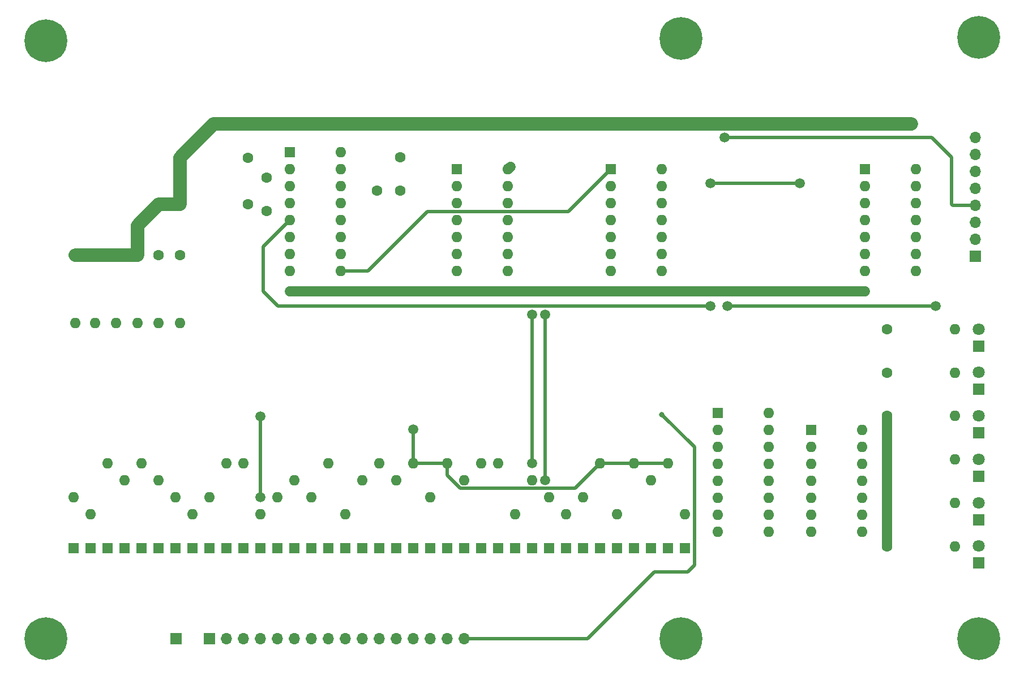
<source format=gbr>
%TF.GenerationSoftware,KiCad,Pcbnew,(5.1.10-1-10_14)*%
%TF.CreationDate,2021-06-29T18:24:10+10:00*%
%TF.ProjectId,Keyboard interface,4b657962-6f61-4726-9420-696e74657266,rev?*%
%TF.SameCoordinates,Original*%
%TF.FileFunction,Copper,L1,Top*%
%TF.FilePolarity,Positive*%
%FSLAX46Y46*%
G04 Gerber Fmt 4.6, Leading zero omitted, Abs format (unit mm)*
G04 Created by KiCad (PCBNEW (5.1.10-1-10_14)) date 2021-06-29 18:24:10*
%MOMM*%
%LPD*%
G01*
G04 APERTURE LIST*
%TA.AperFunction,ComponentPad*%
%ADD10R,1.700000X1.700000*%
%TD*%
%TA.AperFunction,ComponentPad*%
%ADD11C,1.800000*%
%TD*%
%TA.AperFunction,ComponentPad*%
%ADD12R,1.800000X1.800000*%
%TD*%
%TA.AperFunction,ComponentPad*%
%ADD13C,0.800000*%
%TD*%
%TA.AperFunction,ComponentPad*%
%ADD14C,6.400000*%
%TD*%
%TA.AperFunction,ComponentPad*%
%ADD15C,1.600000*%
%TD*%
%TA.AperFunction,ComponentPad*%
%ADD16O,1.600000X1.600000*%
%TD*%
%TA.AperFunction,ComponentPad*%
%ADD17R,1.600000X1.600000*%
%TD*%
%TA.AperFunction,ComponentPad*%
%ADD18O,1.700000X1.700000*%
%TD*%
%TA.AperFunction,ViaPad*%
%ADD19C,1.500000*%
%TD*%
%TA.AperFunction,ViaPad*%
%ADD20C,0.800000*%
%TD*%
%TA.AperFunction,Conductor*%
%ADD21C,0.500000*%
%TD*%
%TA.AperFunction,Conductor*%
%ADD22C,1.500000*%
%TD*%
%TA.AperFunction,Conductor*%
%ADD23C,2.000000*%
%TD*%
G04 APERTURE END LIST*
D10*
%TO.P,J3,1*%
%TO.N,GND*%
X75000000Y-145000000D03*
%TD*%
D11*
%TO.P,D6,2*%
%TO.N,Net-(D6-Pad2)*%
X195000000Y-131160000D03*
D12*
%TO.P,D6,1*%
%TO.N,Net-(D6-Pad1)*%
X195000000Y-133700000D03*
%TD*%
D11*
%TO.P,D5,2*%
%TO.N,Net-(D5-Pad2)*%
X195000000Y-124700000D03*
D12*
%TO.P,D5,1*%
%TO.N,Net-(D5-Pad1)*%
X195000000Y-127240000D03*
%TD*%
D11*
%TO.P,D4,2*%
%TO.N,Net-(D4-Pad2)*%
X195000000Y-118160000D03*
D12*
%TO.P,D4,1*%
%TO.N,Net-(D4-Pad1)*%
X195000000Y-120700000D03*
%TD*%
D11*
%TO.P,D3,2*%
%TO.N,Net-(D3-Pad2)*%
X195000000Y-111700000D03*
D12*
%TO.P,D3,1*%
%TO.N,Net-(D3-Pad1)*%
X195000000Y-114240000D03*
%TD*%
D11*
%TO.P,D2,2*%
%TO.N,Net-(D2-Pad2)*%
X195000000Y-105160000D03*
D12*
%TO.P,D2,1*%
%TO.N,Net-(D2-Pad1)*%
X195000000Y-107700000D03*
%TD*%
D11*
%TO.P,D1,2*%
%TO.N,Net-(D1-Pad2)*%
X195000000Y-98700000D03*
D12*
%TO.P,D1,1*%
%TO.N,Net-(D1-Pad1)*%
X195000000Y-101240000D03*
%TD*%
D13*
%TO.P,H6,1*%
%TO.N,GND*%
X152197056Y-143302944D03*
X150500000Y-142600000D03*
X148802944Y-143302944D03*
X148100000Y-145000000D03*
X148802944Y-146697056D03*
X150500000Y-147400000D03*
X152197056Y-146697056D03*
X152900000Y-145000000D03*
D14*
X150500000Y-145000000D03*
%TD*%
D13*
%TO.P,H5,1*%
%TO.N,GND*%
X152197056Y-53500000D03*
X150500000Y-52797056D03*
X148802944Y-53500000D03*
X148100000Y-55197056D03*
X148802944Y-56894112D03*
X150500000Y-57597056D03*
X152197056Y-56894112D03*
X152900000Y-55197056D03*
D14*
X150500000Y-55197056D03*
%TD*%
D15*
%TO.P,C2,2*%
%TO.N,Net-(C2-Pad2)*%
X108500000Y-73000000D03*
%TO.P,C2,1*%
%TO.N,Net-(C2-Pad1)*%
X108500000Y-78000000D03*
%TD*%
%TO.P,C1,2*%
%TO.N,Net-(C1-Pad2)*%
X88500000Y-81000000D03*
%TO.P,C1,1*%
%TO.N,Net-(C1-Pad1)*%
X88500000Y-76000000D03*
%TD*%
D16*
%TO.P,D43,2*%
%TO.N,F*%
X151130000Y-126365000D03*
D17*
%TO.P,D43,1*%
%TO.N,LF*%
X151130000Y-131445000D03*
%TD*%
D16*
%TO.P,D42,2*%
%TO.N,A*%
X148590000Y-118745000D03*
D17*
%TO.P,D42,1*%
%TO.N,LF*%
X148590000Y-131445000D03*
%TD*%
D16*
%TO.P,D41,2*%
%TO.N,D*%
X146050000Y-121285000D03*
D17*
%TO.P,D41,1*%
%TO.N,LF*%
X146050000Y-131445000D03*
%TD*%
D16*
%TO.P,D40,2*%
%TO.N,A*%
X143510000Y-118745000D03*
D17*
%TO.P,D40,1*%
%TO.N,DIV*%
X143510000Y-131445000D03*
%TD*%
D16*
%TO.P,D39,2*%
%TO.N,F*%
X140970000Y-126365000D03*
D17*
%TO.P,D39,1*%
%TO.N,DIV*%
X140970000Y-131445000D03*
%TD*%
D16*
%TO.P,D38,2*%
%TO.N,A*%
X138430000Y-118745000D03*
D17*
%TO.P,D38,1*%
%TO.N,X*%
X138430000Y-131445000D03*
%TD*%
D16*
%TO.P,D37,2*%
%TO.N,E*%
X135890000Y-123825000D03*
D17*
%TO.P,D37,1*%
%TO.N,X*%
X135890000Y-131445000D03*
%TD*%
D16*
%TO.P,D36,2*%
%TO.N,F*%
X133350000Y-126365000D03*
D17*
%TO.P,D36,1*%
%TO.N,X*%
X133350000Y-131445000D03*
%TD*%
D16*
%TO.P,D35,2*%
%TO.N,E*%
X130810000Y-123825000D03*
D17*
%TO.P,D35,1*%
%TO.N,9*%
X130810000Y-131445000D03*
%TD*%
D16*
%TO.P,D34,2*%
%TO.N,D*%
X128270000Y-121285000D03*
D17*
%TO.P,D34,1*%
%TO.N,9*%
X128270000Y-131445000D03*
%TD*%
D16*
%TO.P,D33,2*%
%TO.N,F*%
X125730000Y-126365000D03*
D17*
%TO.P,D33,1*%
%TO.N,6*%
X125730000Y-131445000D03*
%TD*%
D16*
%TO.P,D32,2*%
%TO.N,C*%
X123190000Y-118745000D03*
D17*
%TO.P,D32,1*%
%TO.N,6*%
X123190000Y-131445000D03*
%TD*%
D16*
%TO.P,D31,2*%
%TO.N,C*%
X120650000Y-118745000D03*
D17*
%TO.P,D31,1*%
%TO.N,3*%
X120650000Y-131445000D03*
%TD*%
D16*
%TO.P,D30,2*%
%TO.N,D*%
X118110000Y-121285000D03*
D17*
%TO.P,D30,1*%
%TO.N,3*%
X118110000Y-131445000D03*
%TD*%
D16*
%TO.P,D29,2*%
%TO.N,A*%
X115570000Y-118745000D03*
D17*
%TO.P,D29,1*%
%TO.N,-*%
X115570000Y-131445000D03*
%TD*%
D16*
%TO.P,D28,2*%
%TO.N,E*%
X113030000Y-123825000D03*
D17*
%TO.P,D28,1*%
%TO.N,-*%
X113030000Y-131445000D03*
%TD*%
D16*
%TO.P,D27,2*%
%TO.N,A*%
X110490000Y-118745000D03*
D17*
%TO.P,D27,1*%
%TO.N,+*%
X110490000Y-131445000D03*
%TD*%
D16*
%TO.P,D26,2*%
%TO.N,D*%
X107950000Y-121285000D03*
D17*
%TO.P,D26,1*%
%TO.N,+*%
X107950000Y-131445000D03*
%TD*%
D16*
%TO.P,D25,2*%
%TO.N,C*%
X105410000Y-118745000D03*
D17*
%TO.P,D25,1*%
%TO.N,2*%
X105410000Y-131445000D03*
%TD*%
D16*
%TO.P,D24,2*%
%TO.N,D*%
X102870000Y-121285000D03*
D17*
%TO.P,D24,1*%
%TO.N,2*%
X102870000Y-131445000D03*
%TD*%
D16*
%TO.P,D23,2*%
%TO.N,F*%
X100330000Y-126365000D03*
D17*
%TO.P,D23,1*%
%TO.N,2*%
X100330000Y-131445000D03*
%TD*%
D16*
%TO.P,R15,2*%
%TO.N,+5V*%
X75565000Y-73025000D03*
D15*
%TO.P,R15,1*%
%TO.N,Net-(R15-Pad1)*%
X85725000Y-73025000D03*
%TD*%
D16*
%TO.P,D22,2*%
%TO.N,C*%
X97790000Y-118745000D03*
D17*
%TO.P,D22,1*%
%TO.N,5*%
X97790000Y-131445000D03*
%TD*%
D16*
%TO.P,D21,2*%
%TO.N,E*%
X95250000Y-123825000D03*
D17*
%TO.P,D21,1*%
%TO.N,5*%
X95250000Y-131445000D03*
%TD*%
D16*
%TO.P,D20,2*%
%TO.N,D*%
X92710000Y-121285000D03*
D17*
%TO.P,D20,1*%
%TO.N,8*%
X92710000Y-131445000D03*
%TD*%
D16*
%TO.P,D19,2*%
%TO.N,E*%
X90170000Y-123825000D03*
D17*
%TO.P,D19,1*%
%TO.N,8*%
X90170000Y-131445000D03*
%TD*%
D16*
%TO.P,D18,2*%
%TO.N,F*%
X87630000Y-126365000D03*
D17*
%TO.P,D18,1*%
%TO.N,8*%
X87630000Y-131445000D03*
%TD*%
D18*
%TO.P,J1,16*%
%TO.N,CR*%
X118100000Y-145000000D03*
%TO.P,J1,15*%
%TO.N,LF*%
X115560000Y-145000000D03*
%TO.P,J1,14*%
%TO.N,DIV*%
X113020000Y-145000000D03*
%TO.P,J1,13*%
%TO.N,X*%
X110480000Y-145000000D03*
%TO.P,J1,12*%
%TO.N,9*%
X107940000Y-145000000D03*
%TO.P,J1,11*%
%TO.N,6*%
X105400000Y-145000000D03*
%TO.P,J1,10*%
%TO.N,3*%
X102860000Y-145000000D03*
%TO.P,J1,9*%
%TO.N,-*%
X100320000Y-145000000D03*
%TO.P,J1,8*%
%TO.N,+*%
X97780000Y-145000000D03*
%TO.P,J1,7*%
%TO.N,2*%
X95240000Y-145000000D03*
%TO.P,J1,6*%
%TO.N,5*%
X92700000Y-145000000D03*
%TO.P,J1,5*%
%TO.N,8*%
X90160000Y-145000000D03*
%TO.P,J1,4*%
%TO.N,7*%
X87620000Y-145000000D03*
%TO.P,J1,3*%
%TO.N,4*%
X85080000Y-145000000D03*
%TO.P,J1,2*%
%TO.N,1*%
X82540000Y-145000000D03*
D10*
%TO.P,J1,1*%
%TO.N,0*%
X80000000Y-145000000D03*
%TD*%
D16*
%TO.P,D17,2*%
%TO.N,C*%
X85090000Y-118745000D03*
D17*
%TO.P,D17,1*%
%TO.N,7*%
X85090000Y-131445000D03*
%TD*%
D16*
%TO.P,D16,2*%
%TO.N,C*%
X82550000Y-118745000D03*
D17*
%TO.P,D16,1*%
%TO.N,4*%
X82550000Y-131445000D03*
%TD*%
D16*
%TO.P,D15,2*%
%TO.N,E*%
X80010000Y-123825000D03*
D17*
%TO.P,D15,1*%
%TO.N,4*%
X80010000Y-131445000D03*
%TD*%
D16*
%TO.P,D14,2*%
%TO.N,F*%
X77470000Y-126365000D03*
D17*
%TO.P,D14,1*%
%TO.N,4*%
X77470000Y-131445000D03*
%TD*%
D16*
%TO.P,D13,2*%
%TO.N,E*%
X74930000Y-123825000D03*
D17*
%TO.P,D13,1*%
%TO.N,1*%
X74930000Y-131445000D03*
%TD*%
D16*
%TO.P,D12,2*%
%TO.N,D*%
X72390000Y-121285000D03*
D17*
%TO.P,D12,1*%
%TO.N,1*%
X72390000Y-131445000D03*
%TD*%
D16*
%TO.P,D11,2*%
%TO.N,C*%
X69850000Y-118745000D03*
D17*
%TO.P,D11,1*%
%TO.N,1*%
X69850000Y-131445000D03*
%TD*%
D16*
%TO.P,D8,2*%
%TO.N,F*%
X62230000Y-126365000D03*
D17*
%TO.P,D8,1*%
%TO.N,0*%
X62230000Y-131445000D03*
%TD*%
D16*
%TO.P,D7,2*%
%TO.N,E*%
X59690000Y-123825000D03*
D17*
%TO.P,D7,1*%
%TO.N,0*%
X59690000Y-131445000D03*
%TD*%
D16*
%TO.P,D9,2*%
%TO.N,C*%
X64770000Y-118745000D03*
D17*
%TO.P,D9,1*%
%TO.N,0*%
X64770000Y-131445000D03*
%TD*%
D16*
%TO.P,D10,2*%
%TO.N,D*%
X67310000Y-121285000D03*
D17*
%TO.P,D10,1*%
%TO.N,0*%
X67310000Y-131445000D03*
%TD*%
D13*
%TO.P,H4,1*%
%TO.N,GND*%
X57197056Y-143302944D03*
X55500000Y-142600000D03*
X53802944Y-143302944D03*
X53100000Y-145000000D03*
X53802944Y-146697056D03*
X55500000Y-147400000D03*
X57197056Y-146697056D03*
X57900000Y-145000000D03*
D14*
X55500000Y-145000000D03*
%TD*%
D13*
%TO.P,H3,1*%
%TO.N,GND*%
X196697056Y-143302944D03*
X195000000Y-142600000D03*
X193302944Y-143302944D03*
X192600000Y-145000000D03*
X193302944Y-146697056D03*
X195000000Y-147400000D03*
X196697056Y-146697056D03*
X197400000Y-145000000D03*
D14*
X195000000Y-145000000D03*
%TD*%
D13*
%TO.P,H2,1*%
%TO.N,GND*%
X196697056Y-53302944D03*
X195000000Y-52600000D03*
X193302944Y-53302944D03*
X192600000Y-55000000D03*
X193302944Y-56697056D03*
X195000000Y-57400000D03*
X196697056Y-56697056D03*
X197400000Y-55000000D03*
D14*
X195000000Y-55000000D03*
%TD*%
D13*
%TO.P,H1,1*%
%TO.N,GND*%
X57197056Y-53802944D03*
X55500000Y-53100000D03*
X53802944Y-53802944D03*
X53100000Y-55500000D03*
X53802944Y-57197056D03*
X55500000Y-57900000D03*
X57197056Y-57197056D03*
X57900000Y-55500000D03*
D14*
X55500000Y-55500000D03*
%TD*%
D10*
%TO.P,J2,1*%
%TO.N,DATA_OUT*%
X194500000Y-87780000D03*
D18*
%TO.P,J2,2*%
%TO.N,~SHIFT_CLOCK*%
X194500000Y-85240000D03*
%TO.P,J2,3*%
%TO.N,~FLAG_OUT*%
X194500000Y-82700000D03*
%TO.P,J2,4*%
%TO.N,~FLAG_RESET*%
X194500000Y-80160000D03*
%TO.P,J2,5*%
%TO.N,+5V*%
X194500000Y-77620000D03*
%TO.P,J2,6*%
X194500000Y-75080000D03*
%TO.P,J2,7*%
%TO.N,GND*%
X194500000Y-72540000D03*
%TO.P,J2,8*%
X194500000Y-70000000D03*
%TD*%
D16*
%TO.P,R1,2*%
%TO.N,Net-(D1-Pad2)*%
X191500000Y-98700000D03*
D15*
%TO.P,R1,1*%
%TO.N,+5V*%
X181340000Y-98700000D03*
%TD*%
D16*
%TO.P,R2,2*%
%TO.N,Net-(D2-Pad2)*%
X191500000Y-105200000D03*
D15*
%TO.P,R2,1*%
%TO.N,+5V*%
X181340000Y-105200000D03*
%TD*%
%TO.P,R3,1*%
%TO.N,+5V*%
X181340000Y-111700000D03*
D16*
%TO.P,R3,2*%
%TO.N,Net-(D3-Pad2)*%
X191500000Y-111700000D03*
%TD*%
%TO.P,R4,2*%
%TO.N,Net-(D4-Pad2)*%
X191500000Y-118200000D03*
D15*
%TO.P,R4,1*%
%TO.N,+5V*%
X181340000Y-118200000D03*
%TD*%
%TO.P,R5,1*%
%TO.N,+5V*%
X181340000Y-124700000D03*
D16*
%TO.P,R5,2*%
%TO.N,Net-(D5-Pad2)*%
X191500000Y-124700000D03*
%TD*%
%TO.P,R6,2*%
%TO.N,Net-(D6-Pad2)*%
X191500000Y-131200000D03*
D15*
%TO.P,R6,1*%
%TO.N,+5V*%
X181340000Y-131200000D03*
%TD*%
D16*
%TO.P,R7,2*%
%TO.N,+5V*%
X75565000Y-80010000D03*
D15*
%TO.P,R7,1*%
%TO.N,Net-(C1-Pad1)*%
X85725000Y-80010000D03*
%TD*%
%TO.P,R8,1*%
%TO.N,Net-(C2-Pad1)*%
X105000000Y-78000000D03*
D16*
%TO.P,R8,2*%
%TO.N,+5V*%
X105000000Y-67840000D03*
%TD*%
D15*
%TO.P,R9,1*%
%TO.N,GND*%
X75565000Y-87630000D03*
D16*
%TO.P,R9,2*%
%TO.N,A*%
X75565000Y-97790000D03*
%TD*%
%TO.P,R10,2*%
%TO.N,CR*%
X72390000Y-97790000D03*
D15*
%TO.P,R10,1*%
%TO.N,GND*%
X72390000Y-87630000D03*
%TD*%
%TO.P,R11,1*%
%TO.N,+5V*%
X69215000Y-87630000D03*
D16*
%TO.P,R11,2*%
%TO.N,C*%
X69215000Y-97790000D03*
%TD*%
%TO.P,R12,2*%
%TO.N,D*%
X66040000Y-97790000D03*
D15*
%TO.P,R12,1*%
%TO.N,+5V*%
X66040000Y-87630000D03*
%TD*%
%TO.P,R13,1*%
%TO.N,+5V*%
X62865000Y-87630000D03*
D16*
%TO.P,R13,2*%
%TO.N,E*%
X62865000Y-97790000D03*
%TD*%
D15*
%TO.P,R14,1*%
%TO.N,+5V*%
X59880000Y-87630000D03*
D16*
%TO.P,R14,2*%
%TO.N,F*%
X59880000Y-97790000D03*
%TD*%
D17*
%TO.P,U1,1*%
%TO.N,Net-(R15-Pad1)*%
X92000000Y-72220000D03*
D16*
%TO.P,U1,9*%
%TO.N,Net-(U1-Pad9)*%
X99620000Y-90000000D03*
%TO.P,U1,2*%
%TO.N,Net-(U1-Pad12)*%
X92000000Y-74760000D03*
%TO.P,U1,10*%
%TO.N,GND*%
X99620000Y-87460000D03*
%TO.P,U1,3*%
%TO.N,Net-(U1-Pad3)*%
X92000000Y-77300000D03*
%TO.P,U1,11*%
%TO.N,Net-(U1-Pad11)*%
X99620000Y-84920000D03*
%TO.P,U1,4*%
%TO.N,Net-(U1-Pad4)*%
X92000000Y-79840000D03*
%TO.P,U1,12*%
%TO.N,Net-(U1-Pad12)*%
X99620000Y-82380000D03*
%TO.P,U1,5*%
%TO.N,Net-(U1-Pad5)*%
X92000000Y-82380000D03*
%TO.P,U1,13*%
%TO.N,Net-(U1-Pad13)*%
X99620000Y-79840000D03*
%TO.P,U1,6*%
%TO.N,Net-(C1-Pad2)*%
X92000000Y-84920000D03*
%TO.P,U1,14*%
%TO.N,Net-(C2-Pad1)*%
X99620000Y-77300000D03*
%TO.P,U1,7*%
%TO.N,Net-(C1-Pad1)*%
X92000000Y-87460000D03*
%TO.P,U1,15*%
%TO.N,Net-(C2-Pad2)*%
X99620000Y-74760000D03*
%TO.P,U1,8*%
%TO.N,GND*%
X92000000Y-90000000D03*
%TO.P,U1,16*%
%TO.N,+5V*%
X99620000Y-72220000D03*
%TD*%
D17*
%TO.P,U2,1*%
%TO.N,~FLAG_RESET*%
X117000000Y-74760000D03*
D16*
%TO.P,U2,8*%
%TO.N,Net-(U2-Pad8)*%
X124620000Y-90000000D03*
%TO.P,U2,2*%
%TO.N,FLAG_OUT_LED*%
X117000000Y-77300000D03*
%TO.P,U2,9*%
%TO.N,C*%
X124620000Y-87460000D03*
%TO.P,U2,3*%
%TO.N,Net-(U2-Pad3)*%
X117000000Y-79840000D03*
%TO.P,U2,10*%
%TO.N,D*%
X124620000Y-84920000D03*
%TO.P,U2,4*%
%TO.N,Net-(U2-Pad3)*%
X117000000Y-82380000D03*
%TO.P,U2,11*%
%TO.N,Net-(U2-Pad11)*%
X124620000Y-82380000D03*
%TO.P,U2,5*%
%TO.N,Net-(U1-Pad4)*%
X117000000Y-84920000D03*
%TO.P,U2,12*%
%TO.N,E*%
X124620000Y-79840000D03*
%TO.P,U2,6*%
%TO.N,FLAG_OUT_LED*%
X117000000Y-87460000D03*
%TO.P,U2,13*%
%TO.N,F*%
X124620000Y-77300000D03*
%TO.P,U2,7*%
%TO.N,GND*%
X117000000Y-90000000D03*
%TO.P,U2,14*%
%TO.N,+5V*%
X124620000Y-74760000D03*
%TD*%
%TO.P,U3,14*%
%TO.N,+5V*%
X147620000Y-74760000D03*
%TO.P,U3,7*%
%TO.N,GND*%
X140000000Y-90000000D03*
%TO.P,U3,13*%
%TO.N,Net-(U3-Pad13)*%
X147620000Y-77300000D03*
%TO.P,U3,6*%
%TO.N,Net-(U3-Pad6)*%
X140000000Y-87460000D03*
%TO.P,U3,12*%
%TO.N,A*%
X147620000Y-79840000D03*
%TO.P,U3,5*%
%TO.N,Net-(U3-Pad5)*%
X140000000Y-84920000D03*
%TO.P,U3,11*%
%TO.N,GND*%
X147620000Y-82380000D03*
%TO.P,U3,4*%
%TO.N,Net-(U3-Pad4)*%
X140000000Y-82380000D03*
%TO.P,U3,10*%
%TO.N,Net-(U3-Pad10)*%
X147620000Y-84920000D03*
%TO.P,U3,3*%
%TO.N,Net-(U2-Pad8)*%
X140000000Y-79840000D03*
%TO.P,U3,9*%
%TO.N,GND*%
X147620000Y-87460000D03*
%TO.P,U3,2*%
%TO.N,Net-(U2-Pad11)*%
X140000000Y-77300000D03*
%TO.P,U3,8*%
%TO.N,CR*%
X147620000Y-90000000D03*
D17*
%TO.P,U3,1*%
%TO.N,Net-(U1-Pad9)*%
X140000000Y-74760000D03*
%TD*%
%TO.P,U4,1*%
%TO.N,Net-(U4-Pad1)*%
X178000000Y-74760000D03*
D16*
%TO.P,U4,8*%
%TO.N,Net-(U4-Pad8)*%
X185620000Y-90000000D03*
%TO.P,U4,2*%
%TO.N,Net-(U4-Pad1)*%
X178000000Y-77300000D03*
%TO.P,U4,9*%
%TO.N,Net-(U4-Pad9)*%
X185620000Y-87460000D03*
%TO.P,U4,3*%
%TO.N,Net-(U4-Pad3)*%
X178000000Y-79840000D03*
%TO.P,U4,10*%
%TO.N,Net-(U4-Pad10)*%
X185620000Y-84920000D03*
%TO.P,U4,4*%
%TO.N,Net-(U4-Pad3)*%
X178000000Y-82380000D03*
%TO.P,U4,11*%
%TO.N,~FLAG_OUT*%
X185620000Y-82380000D03*
%TO.P,U4,5*%
%TO.N,Net-(U4-Pad3)*%
X178000000Y-84920000D03*
%TO.P,U4,12*%
%TO.N,FLAG_OUT_LED*%
X185620000Y-79840000D03*
%TO.P,U4,6*%
%TO.N,DATA_OUT*%
X178000000Y-87460000D03*
%TO.P,U4,13*%
%TO.N,FLAG_OUT_LED*%
X185620000Y-77300000D03*
%TO.P,U4,7*%
%TO.N,GND*%
X178000000Y-90000000D03*
%TO.P,U4,14*%
%TO.N,+5V*%
X185620000Y-74760000D03*
%TD*%
%TO.P,U5,16*%
%TO.N,~FLAG_RESET*%
X163620000Y-111220000D03*
%TO.P,U5,8*%
%TO.N,Net-(U1-Pad5)*%
X156000000Y-129000000D03*
%TO.P,U5,15*%
%TO.N,Net-(U5-Pad15)*%
X163620000Y-113760000D03*
%TO.P,U5,7*%
%TO.N,F*%
X156000000Y-126460000D03*
%TO.P,U5,14*%
%TO.N,Net-(U5-Pad14)*%
X163620000Y-116300000D03*
%TO.P,U5,6*%
%TO.N,E*%
X156000000Y-123920000D03*
%TO.P,U5,13*%
%TO.N,Net-(U5-Pad13)*%
X163620000Y-118840000D03*
%TO.P,U5,5*%
%TO.N,Net-(U5-Pad5)*%
X156000000Y-121380000D03*
%TO.P,U5,12*%
%TO.N,Net-(U5-Pad12)*%
X163620000Y-121380000D03*
%TO.P,U5,4*%
%TO.N,D*%
X156000000Y-118840000D03*
%TO.P,U5,11*%
%TO.N,Net-(U5-Pad11)*%
X163620000Y-123920000D03*
%TO.P,U5,3*%
%TO.N,C*%
X156000000Y-116300000D03*
%TO.P,U5,10*%
%TO.N,Net-(U4-Pad1)*%
X163620000Y-126460000D03*
%TO.P,U5,2*%
%TO.N,Net-(U3-Pad10)*%
X156000000Y-113760000D03*
%TO.P,U5,9*%
%TO.N,Net-(U3-Pad13)*%
X163620000Y-129000000D03*
D17*
%TO.P,U5,1*%
%TO.N,~SHIFT_CLOCK*%
X156000000Y-111220000D03*
%TD*%
D16*
%TO.P,U6,14*%
%TO.N,+5V*%
X177620000Y-113760000D03*
%TO.P,U6,7*%
%TO.N,GND*%
X170000000Y-129000000D03*
%TO.P,U6,13*%
%TO.N,FLAG_OUT_LED*%
X177620000Y-116300000D03*
%TO.P,U6,6*%
%TO.N,Net-(D6-Pad1)*%
X170000000Y-126460000D03*
%TO.P,U6,12*%
%TO.N,Net-(D1-Pad1)*%
X177620000Y-118840000D03*
%TO.P,U6,5*%
%TO.N,Net-(U4-Pad1)*%
X170000000Y-123920000D03*
%TO.P,U6,11*%
%TO.N,Net-(U5-Pad15)*%
X177620000Y-121380000D03*
%TO.P,U6,4*%
%TO.N,Net-(D5-Pad1)*%
X170000000Y-121380000D03*
%TO.P,U6,10*%
%TO.N,Net-(D2-Pad1)*%
X177620000Y-123920000D03*
%TO.P,U6,3*%
%TO.N,Net-(U5-Pad11)*%
X170000000Y-118840000D03*
%TO.P,U6,9*%
%TO.N,Net-(U5-Pad14)*%
X177620000Y-126460000D03*
%TO.P,U6,2*%
%TO.N,Net-(D4-Pad1)*%
X170000000Y-116300000D03*
%TO.P,U6,8*%
%TO.N,Net-(D3-Pad1)*%
X177620000Y-129000000D03*
D17*
%TO.P,U6,1*%
%TO.N,Net-(U5-Pad13)*%
X170000000Y-113760000D03*
%TD*%
D19*
%TO.N,~FLAG_RESET*%
X157000000Y-70000000D03*
%TO.N,~SHIFT_CLOCK*%
X188595000Y-95250000D03*
X157480000Y-95250000D03*
%TO.N,+5V*%
X185000000Y-68000000D03*
X148000000Y-68000000D03*
X125000000Y-68000000D03*
X92000000Y-68000000D03*
X100000000Y-68000000D03*
X162000000Y-68000000D03*
%TO.N,GND*%
X92000000Y-93000000D03*
X178000000Y-93000000D03*
X140000000Y-93000000D03*
X117000000Y-93000000D03*
%TO.N,A*%
X110490000Y-113665000D03*
%TO.N,C*%
X128270000Y-96520000D03*
X128270000Y-118745000D03*
%TO.N,D*%
X130175000Y-96520000D03*
X130175000Y-121285000D03*
%TO.N,E*%
X87630000Y-111760000D03*
X87630000Y-123825000D03*
%TO.N,Net-(U1-Pad5)*%
X154940000Y-95250000D03*
%TO.N,Net-(U4-Pad1)*%
X168275000Y-76835000D03*
X154940000Y-76835000D03*
D20*
%TO.N,CR*%
X147620000Y-111460000D03*
%TD*%
D21*
%TO.N,~FLAG_RESET*%
X194500000Y-80160000D02*
X191160000Y-80160000D01*
X191160000Y-80160000D02*
X191000000Y-80000000D01*
X191000000Y-80000000D02*
X191000000Y-73000000D01*
X191000000Y-73000000D02*
X188000000Y-70000000D01*
X188000000Y-70000000D02*
X157000000Y-70000000D01*
%TO.N,~SHIFT_CLOCK*%
X188595000Y-95250000D02*
X157480000Y-95250000D01*
D22*
%TO.N,+5V*%
X148000000Y-68000000D02*
X125000000Y-68000000D01*
X125000000Y-74380000D02*
X124620000Y-74760000D01*
X86160000Y-68160000D02*
X86000000Y-68000000D01*
X92000000Y-68000000D02*
X86160000Y-68000000D01*
X100000000Y-68000000D02*
X92000000Y-68000000D01*
X125000000Y-68000000D02*
X100000000Y-68000000D01*
X162000000Y-68000000D02*
X148000000Y-68000000D01*
X185000000Y-68000000D02*
X162000000Y-68000000D01*
X181340000Y-111700000D02*
X181340000Y-131200000D01*
D23*
X80590000Y-68000000D02*
X75565000Y-73025000D01*
X75565000Y-73025000D02*
X75565000Y-80010000D01*
X75565000Y-80010000D02*
X72390000Y-80010000D01*
X69215000Y-83185000D02*
X69215000Y-87630000D01*
X72390000Y-80010000D02*
X69215000Y-83185000D01*
X69215000Y-87630000D02*
X59880000Y-87630000D01*
X84510000Y-68000000D02*
X185000000Y-68000000D01*
X86160000Y-68000000D02*
X84510000Y-68000000D01*
X84510000Y-68000000D02*
X80590000Y-68000000D01*
D22*
%TO.N,GND*%
X140000000Y-93000000D02*
X178000000Y-93000000D01*
X117000000Y-93000000D02*
X140000000Y-93000000D01*
X92000000Y-93000000D02*
X117000000Y-93000000D01*
D21*
%TO.N,A*%
X110490000Y-118745000D02*
X110490000Y-113665000D01*
X115570000Y-118745000D02*
X110490000Y-118745000D01*
X138430000Y-118745000D02*
X143510000Y-118745000D01*
X143510000Y-118745000D02*
X148590000Y-118745000D01*
X117509999Y-122535001D02*
X134639999Y-122535001D01*
X115570000Y-120595002D02*
X117509999Y-122535001D01*
X134639999Y-122535001D02*
X138430000Y-118745000D01*
X115570000Y-118745000D02*
X115570000Y-120595002D01*
%TO.N,C*%
X128270000Y-96520000D02*
X128270000Y-102870000D01*
X128270000Y-102870000D02*
X128270000Y-118745000D01*
%TO.N,D*%
X130175000Y-96520000D02*
X130175000Y-121285000D01*
%TO.N,E*%
X87630000Y-111760000D02*
X87630000Y-123825000D01*
%TO.N,Net-(U1-Pad9)*%
X133669999Y-81090001D02*
X112584999Y-81090001D01*
X140000000Y-74760000D02*
X133669999Y-81090001D01*
X103675000Y-90000000D02*
X99620000Y-90000000D01*
X112584999Y-81090001D02*
X103675000Y-90000000D01*
%TO.N,Net-(U1-Pad5)*%
X88000000Y-93000000D02*
X90250000Y-95250000D01*
X90250000Y-95250000D02*
X154940000Y-95250000D01*
X88000000Y-86380000D02*
X88000000Y-93000000D01*
X92000000Y-82380000D02*
X88000000Y-86380000D01*
%TO.N,Net-(U4-Pad1)*%
X168275000Y-76835000D02*
X154940000Y-76835000D01*
%TO.N,CR*%
X118100000Y-145000000D02*
X136500000Y-145000000D01*
X136500000Y-145000000D02*
X146500000Y-135000000D01*
X146500000Y-135000000D02*
X151500000Y-135000000D01*
X151500000Y-135000000D02*
X152500000Y-134000000D01*
X152500000Y-116340000D02*
X147620000Y-111460000D01*
X152500000Y-134000000D02*
X152500000Y-116340000D01*
%TD*%
M02*

</source>
